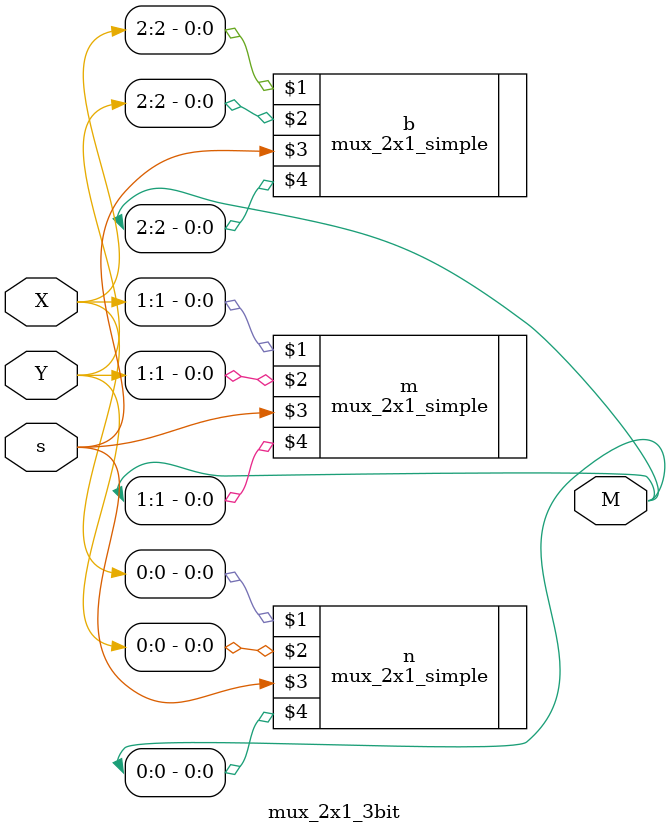
<source format=v>
`timescale 1ns / 1ps


module mux_2x1_3bit(
input [2:0] X,
input [2:0] Y,
input s,
output [2:0] M

    );
    
    mux_2x1_simple n(X[0], Y[0], s, M[0]);
    mux_2x1_simple m(X[1], Y[1], s, M[1]);
    mux_2x1_simple b(X[2], Y[2], s, M[2]);
    
endmodule

</source>
